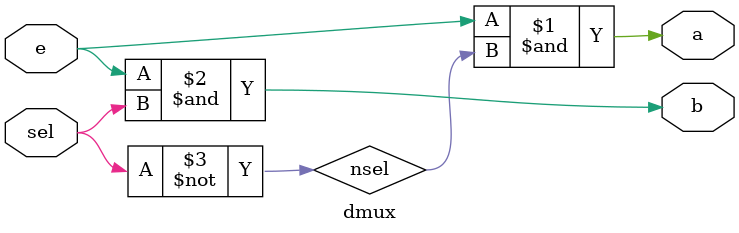
<source format=v>

module dmux(input sel, input e, output a, output b);
  
  wire nsel;

  not(nsel, sel);
  and(a, e, nsel);
  and(b, e, sel);

endmodule
</source>
